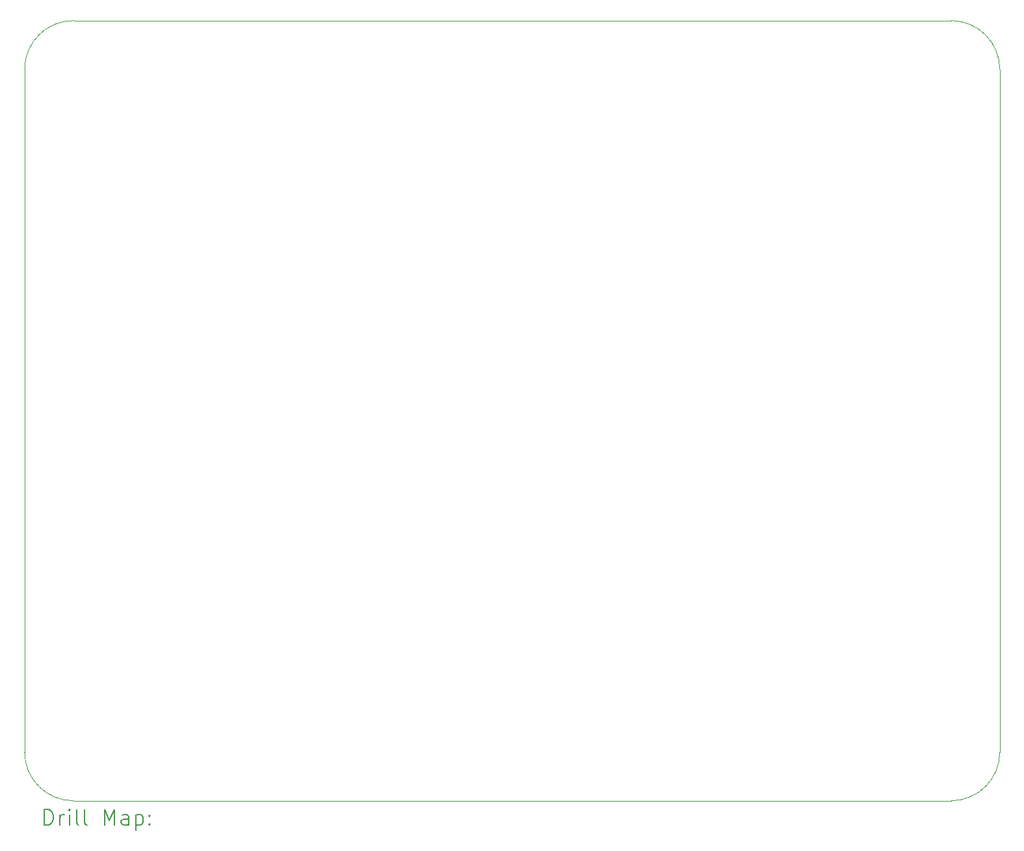
<source format=gbr>
%TF.GenerationSoftware,KiCad,Pcbnew,8.0.6*%
%TF.CreationDate,2025-02-28T11:45:51-05:00*%
%TF.ProjectId,PM5V_Telemetry_Cold_TPC,504d3556-5f54-4656-9c65-6d657472795f,rev?*%
%TF.SameCoordinates,Original*%
%TF.FileFunction,Drillmap*%
%TF.FilePolarity,Positive*%
%FSLAX45Y45*%
G04 Gerber Fmt 4.5, Leading zero omitted, Abs format (unit mm)*
G04 Created by KiCad (PCBNEW 8.0.6) date 2025-02-28 11:45:51*
%MOMM*%
%LPD*%
G01*
G04 APERTURE LIST*
%ADD10C,0.050000*%
%ADD11C,0.200000*%
G04 APERTURE END LIST*
D10*
X21590000Y-3175000D02*
X21590000Y-12065000D01*
X8890000Y-7620000D02*
X8890000Y-3175000D01*
X8890000Y-12065000D02*
X8890000Y-7620000D01*
X8890000Y-3175000D02*
G75*
G02*
X9525000Y-2540000I635000J0D01*
G01*
X9525000Y-12700000D02*
G75*
G02*
X8890000Y-12065000I0J635000D01*
G01*
X20955000Y-12700000D02*
X9525000Y-12700000D01*
X9525000Y-2540000D02*
X20320000Y-2540000D01*
X20955000Y-2540000D02*
G75*
G02*
X21590000Y-3175000I0J-635000D01*
G01*
X20320000Y-2540000D02*
X20955000Y-2540000D01*
X21590000Y-12065000D02*
G75*
G02*
X20955000Y-12700000I-635000J0D01*
G01*
D11*
X9148277Y-13013984D02*
X9148277Y-12813984D01*
X9148277Y-12813984D02*
X9195896Y-12813984D01*
X9195896Y-12813984D02*
X9224467Y-12823508D01*
X9224467Y-12823508D02*
X9243515Y-12842555D01*
X9243515Y-12842555D02*
X9253039Y-12861603D01*
X9253039Y-12861603D02*
X9262563Y-12899698D01*
X9262563Y-12899698D02*
X9262563Y-12928269D01*
X9262563Y-12928269D02*
X9253039Y-12966365D01*
X9253039Y-12966365D02*
X9243515Y-12985412D01*
X9243515Y-12985412D02*
X9224467Y-13004460D01*
X9224467Y-13004460D02*
X9195896Y-13013984D01*
X9195896Y-13013984D02*
X9148277Y-13013984D01*
X9348277Y-13013984D02*
X9348277Y-12880650D01*
X9348277Y-12918746D02*
X9357801Y-12899698D01*
X9357801Y-12899698D02*
X9367324Y-12890174D01*
X9367324Y-12890174D02*
X9386372Y-12880650D01*
X9386372Y-12880650D02*
X9405420Y-12880650D01*
X9472086Y-13013984D02*
X9472086Y-12880650D01*
X9472086Y-12813984D02*
X9462563Y-12823508D01*
X9462563Y-12823508D02*
X9472086Y-12833031D01*
X9472086Y-12833031D02*
X9481610Y-12823508D01*
X9481610Y-12823508D02*
X9472086Y-12813984D01*
X9472086Y-12813984D02*
X9472086Y-12833031D01*
X9595896Y-13013984D02*
X9576848Y-13004460D01*
X9576848Y-13004460D02*
X9567324Y-12985412D01*
X9567324Y-12985412D02*
X9567324Y-12813984D01*
X9700658Y-13013984D02*
X9681610Y-13004460D01*
X9681610Y-13004460D02*
X9672086Y-12985412D01*
X9672086Y-12985412D02*
X9672086Y-12813984D01*
X9929229Y-13013984D02*
X9929229Y-12813984D01*
X9929229Y-12813984D02*
X9995896Y-12956841D01*
X9995896Y-12956841D02*
X10062563Y-12813984D01*
X10062563Y-12813984D02*
X10062563Y-13013984D01*
X10243515Y-13013984D02*
X10243515Y-12909222D01*
X10243515Y-12909222D02*
X10233991Y-12890174D01*
X10233991Y-12890174D02*
X10214944Y-12880650D01*
X10214944Y-12880650D02*
X10176848Y-12880650D01*
X10176848Y-12880650D02*
X10157801Y-12890174D01*
X10243515Y-13004460D02*
X10224467Y-13013984D01*
X10224467Y-13013984D02*
X10176848Y-13013984D01*
X10176848Y-13013984D02*
X10157801Y-13004460D01*
X10157801Y-13004460D02*
X10148277Y-12985412D01*
X10148277Y-12985412D02*
X10148277Y-12966365D01*
X10148277Y-12966365D02*
X10157801Y-12947317D01*
X10157801Y-12947317D02*
X10176848Y-12937793D01*
X10176848Y-12937793D02*
X10224467Y-12937793D01*
X10224467Y-12937793D02*
X10243515Y-12928269D01*
X10338753Y-12880650D02*
X10338753Y-13080650D01*
X10338753Y-12890174D02*
X10357801Y-12880650D01*
X10357801Y-12880650D02*
X10395896Y-12880650D01*
X10395896Y-12880650D02*
X10414944Y-12890174D01*
X10414944Y-12890174D02*
X10424467Y-12899698D01*
X10424467Y-12899698D02*
X10433991Y-12918746D01*
X10433991Y-12918746D02*
X10433991Y-12975888D01*
X10433991Y-12975888D02*
X10424467Y-12994936D01*
X10424467Y-12994936D02*
X10414944Y-13004460D01*
X10414944Y-13004460D02*
X10395896Y-13013984D01*
X10395896Y-13013984D02*
X10357801Y-13013984D01*
X10357801Y-13013984D02*
X10338753Y-13004460D01*
X10519705Y-12994936D02*
X10529229Y-13004460D01*
X10529229Y-13004460D02*
X10519705Y-13013984D01*
X10519705Y-13013984D02*
X10510182Y-13004460D01*
X10510182Y-13004460D02*
X10519705Y-12994936D01*
X10519705Y-12994936D02*
X10519705Y-13013984D01*
X10519705Y-12890174D02*
X10529229Y-12899698D01*
X10529229Y-12899698D02*
X10519705Y-12909222D01*
X10519705Y-12909222D02*
X10510182Y-12899698D01*
X10510182Y-12899698D02*
X10519705Y-12890174D01*
X10519705Y-12890174D02*
X10519705Y-12909222D01*
M02*

</source>
